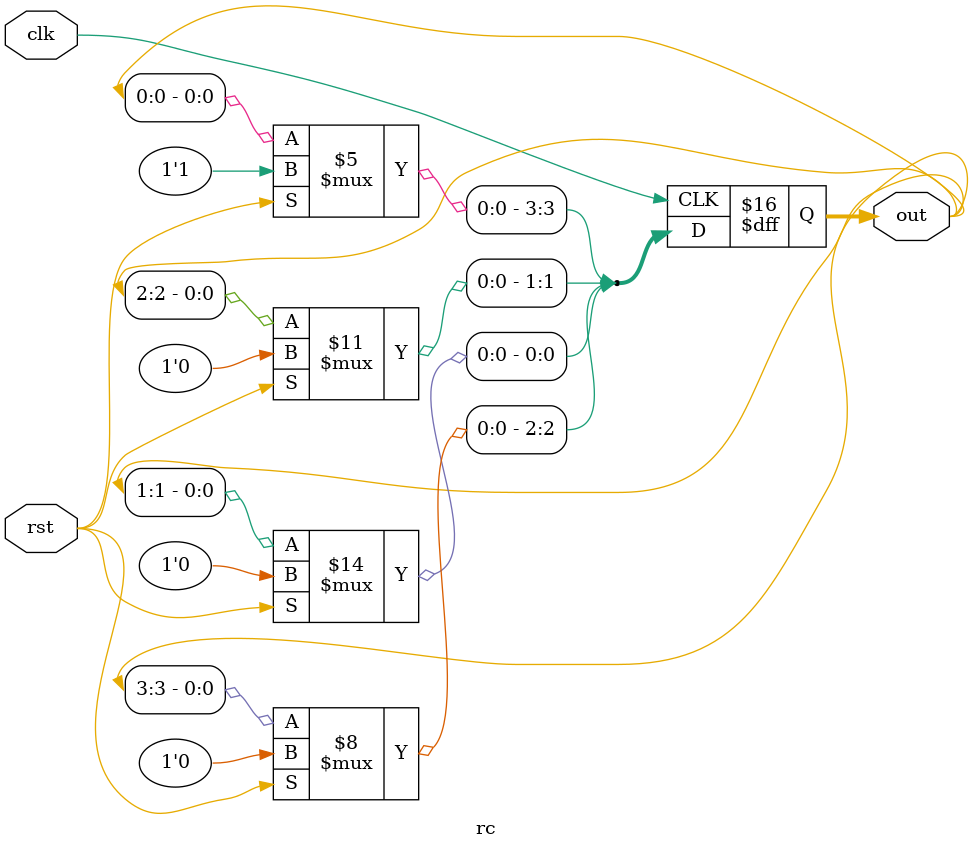
<source format=v>
`timescale 1ns / 1ps

module rc(
    clk, rst, out
    );
    
    input clk, rst;
    output[3:0] out;
    reg[3:0] out;
    
    initial out = 4'b1000;
    
    always @(posedge clk) begin
        if(rst == 1'b1)
            out = 4'b1000;
        else begin
            out[0] <= out[1];
            out[1] <= out[2];
            out[2] <= out[3];
            out[3] <= out[0];
        end
    end
    
endmodule
</source>
